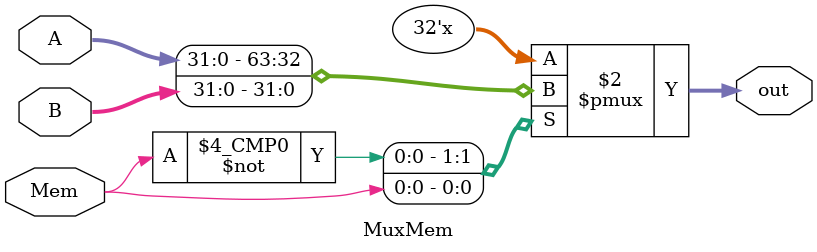
<source format=sv>
module MuxMem(A, B, out, Mem);

	input logic [31:0] A, B;
	input logic Mem;
	output logic [31:0] out;
  
    always @(Mem)begin
      case(Mem)
            0: out = A;
            1: out = B;
        endcase
    end
endmodule
</source>
